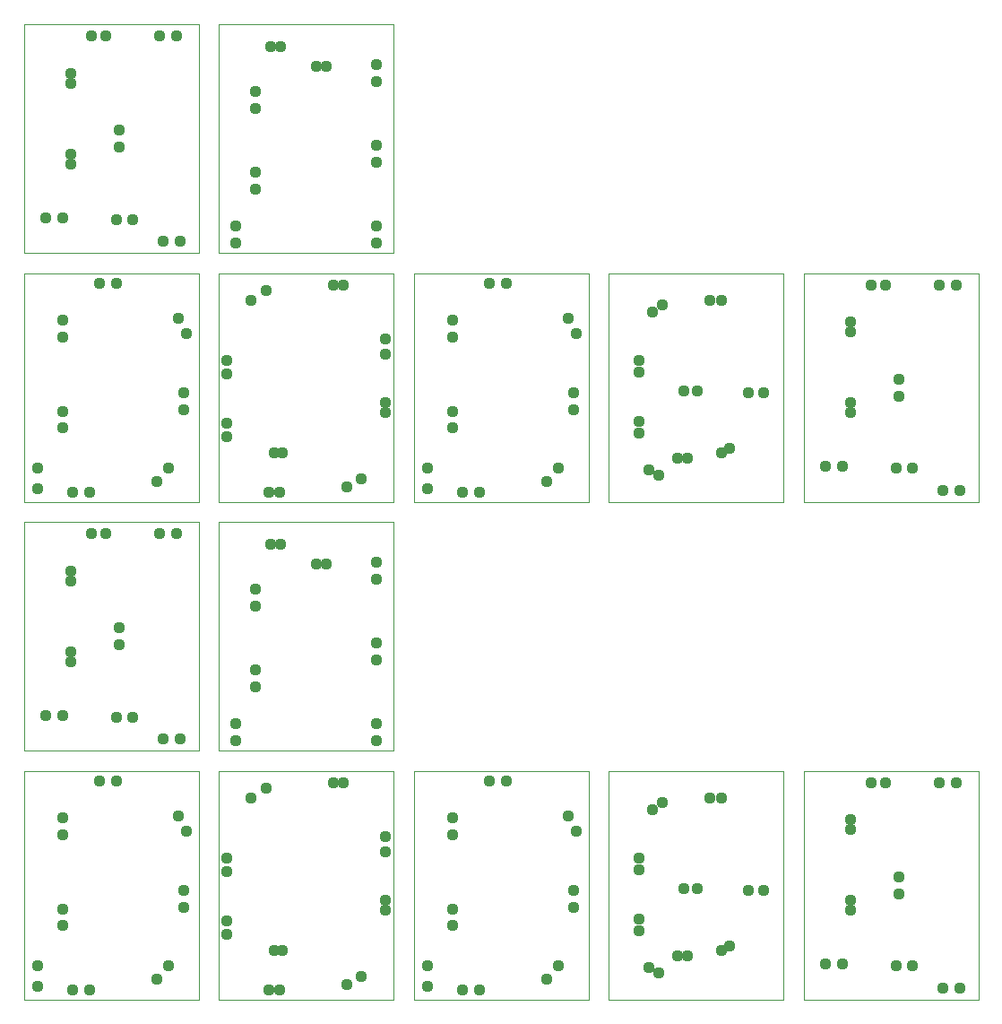
<source format=gbs>
G75*
G70*
%OFA0B0*%
%FSLAX25Y25*%
%IPPOS*%
%LPD*%
%AMOC8*
5,1,8,0,0,1.08239X$1,22.5*
%
%ADD12C,0.04370*%
%ADD17C,0.00000*%
X0010000Y0010000D02*
G75*
%LPD*%
D17*
X0010000Y0010000D02*
X0010000Y0095000D01*
X0075000Y0095000D01*
X0075000Y0010000D01*
X0010000Y0010000D01*
D12*
X0015000Y0015000D03*
X0015000Y0022500D03*
X0028120Y0013750D03*
X0034370Y0013750D03*
X0024370Y0037500D03*
X0024370Y0043750D03*
X0024370Y0071250D03*
X0024370Y0077500D03*
X0038120Y0091250D03*
X0044370Y0091250D03*
X0067500Y0078120D03*
X0070620Y0072500D03*
X0069370Y0050620D03*
X0069370Y0044370D03*
X0063750Y0022500D03*
X0059370Y0017500D03*
X0082500Y0010000D02*
G75*
%LPD*%
D17*
X0082500Y0010000D02*
X0082500Y0095000D01*
X0147500Y0095000D01*
X0147500Y0010000D01*
X0082500Y0010000D01*
D12*
X0101250Y0013750D03*
X0105000Y0013750D03*
X0106250Y0028120D03*
X0103120Y0028120D03*
X0085620Y0034370D03*
X0085620Y0039370D03*
X0085620Y0057500D03*
X0085620Y0062500D03*
X0094370Y0085000D03*
X0100000Y0088750D03*
X0125000Y0090620D03*
X0128750Y0090620D03*
X0144370Y0070620D03*
X0144370Y0065000D03*
X0144370Y0046870D03*
X0144370Y0043120D03*
X0135620Y0018750D03*
X0130000Y0015620D03*
X0155000Y0010000D02*
G75*
%LPD*%
D17*
X0155000Y0010000D02*
X0155000Y0095000D01*
X0220000Y0095000D01*
X0220000Y0010000D01*
X0155000Y0010000D01*
D12*
X0160000Y0015000D03*
X0160000Y0022500D03*
X0173120Y0013750D03*
X0179370Y0013750D03*
X0169370Y0037500D03*
X0169370Y0043750D03*
X0169370Y0071250D03*
X0169370Y0077500D03*
X0183120Y0091250D03*
X0189370Y0091250D03*
X0212500Y0078120D03*
X0215620Y0072500D03*
X0214370Y0050620D03*
X0214370Y0044370D03*
X0208750Y0022500D03*
X0204370Y0017500D03*
X0227500Y0010000D02*
G75*
%LPD*%
D17*
X0227500Y0010000D02*
X0227500Y0095000D01*
X0292500Y0095000D01*
X0292500Y0010000D01*
X0227500Y0010000D01*
D12*
X0242500Y0021870D03*
X0246250Y0020000D03*
X0253120Y0026250D03*
X0256870Y0026250D03*
X0269370Y0028120D03*
X0272500Y0030000D03*
X0279370Y0050620D03*
X0285000Y0050620D03*
X0260620Y0051250D03*
X0255620Y0051250D03*
X0238750Y0058120D03*
X0238750Y0062500D03*
X0243750Y0080620D03*
X0247500Y0083120D03*
X0265000Y0085000D03*
X0269370Y0085000D03*
X0238750Y0040000D03*
X0238750Y0035620D03*
X0300000Y0010000D02*
G75*
%LPD*%
D17*
X0300000Y0010000D02*
X0300000Y0095000D01*
X0365000Y0095000D01*
X0365000Y0010000D01*
X0300000Y0010000D01*
D12*
X0308120Y0023120D03*
X0314370Y0023120D03*
X0317500Y0043120D03*
X0317500Y0046870D03*
X0335620Y0049370D03*
X0335620Y0055620D03*
X0317500Y0073120D03*
X0317500Y0076870D03*
X0325000Y0090620D03*
X0330620Y0090620D03*
X0350620Y0090620D03*
X0356870Y0090620D03*
X0340620Y0022500D03*
X0334370Y0022500D03*
X0351870Y0014370D03*
X0358120Y0014370D03*
X0010000Y0102500D02*
G75*
%LPD*%
D17*
X0010000Y0102500D02*
X0010000Y0187500D01*
X0075000Y0187500D01*
X0075000Y0102500D01*
X0010000Y0102500D01*
D12*
X0018120Y0115620D03*
X0024370Y0115620D03*
X0027500Y0135620D03*
X0027500Y0139370D03*
X0045620Y0141870D03*
X0045620Y0148120D03*
X0027500Y0165620D03*
X0027500Y0169370D03*
X0035000Y0183120D03*
X0040620Y0183120D03*
X0060620Y0183120D03*
X0066870Y0183120D03*
X0050620Y0115000D03*
X0044370Y0115000D03*
X0061870Y0106870D03*
X0068120Y0106870D03*
X0082500Y0102500D02*
G75*
%LPD*%
D17*
X0082500Y0102500D02*
X0082500Y0187500D01*
X0147500Y0187500D01*
X0147500Y0102500D01*
X0082500Y0102500D01*
D12*
X0088750Y0106250D03*
X0088750Y0112500D03*
X0096250Y0126250D03*
X0096250Y0132500D03*
X0096250Y0156250D03*
X0096250Y0162500D03*
X0101870Y0179370D03*
X0105620Y0179370D03*
X0118750Y0171870D03*
X0122500Y0171870D03*
X0141250Y0172500D03*
X0141250Y0166250D03*
X0141250Y0142500D03*
X0141250Y0136250D03*
X0141250Y0112500D03*
X0141250Y0106250D03*
X0010000Y0195000D02*
G75*
%LPD*%
D17*
X0010000Y0195000D02*
X0010000Y0280000D01*
X0075000Y0280000D01*
X0075000Y0195000D01*
X0010000Y0195000D01*
D12*
X0015000Y0200000D03*
X0015000Y0207500D03*
X0028120Y0198750D03*
X0034370Y0198750D03*
X0024370Y0222500D03*
X0024370Y0228750D03*
X0024370Y0256250D03*
X0024370Y0262500D03*
X0038120Y0276250D03*
X0044370Y0276250D03*
X0067500Y0263120D03*
X0070620Y0257500D03*
X0069370Y0235620D03*
X0069370Y0229370D03*
X0063750Y0207500D03*
X0059370Y0202500D03*
X0082500Y0195000D02*
G75*
%LPD*%
D17*
X0082500Y0195000D02*
X0082500Y0280000D01*
X0147500Y0280000D01*
X0147500Y0195000D01*
X0082500Y0195000D01*
D12*
X0101250Y0198750D03*
X0105000Y0198750D03*
X0106250Y0213120D03*
X0103120Y0213120D03*
X0085620Y0219370D03*
X0085620Y0224370D03*
X0085620Y0242500D03*
X0085620Y0247500D03*
X0094370Y0270000D03*
X0100000Y0273750D03*
X0125000Y0275620D03*
X0128750Y0275620D03*
X0144370Y0255620D03*
X0144370Y0250000D03*
X0144370Y0231870D03*
X0144370Y0228120D03*
X0135620Y0203750D03*
X0130000Y0200620D03*
X0155000Y0195000D02*
G75*
%LPD*%
D17*
X0155000Y0195000D02*
X0155000Y0280000D01*
X0220000Y0280000D01*
X0220000Y0195000D01*
X0155000Y0195000D01*
D12*
X0160000Y0200000D03*
X0160000Y0207500D03*
X0173120Y0198750D03*
X0179370Y0198750D03*
X0169370Y0222500D03*
X0169370Y0228750D03*
X0169370Y0256250D03*
X0169370Y0262500D03*
X0183120Y0276250D03*
X0189370Y0276250D03*
X0212500Y0263120D03*
X0215620Y0257500D03*
X0214370Y0235620D03*
X0214370Y0229370D03*
X0208750Y0207500D03*
X0204370Y0202500D03*
X0227500Y0195000D02*
G75*
%LPD*%
D17*
X0227500Y0195000D02*
X0227500Y0280000D01*
X0292500Y0280000D01*
X0292500Y0195000D01*
X0227500Y0195000D01*
D12*
X0242500Y0206870D03*
X0246250Y0205000D03*
X0253120Y0211250D03*
X0256870Y0211250D03*
X0269370Y0213120D03*
X0272500Y0215000D03*
X0279370Y0235620D03*
X0285000Y0235620D03*
X0260620Y0236250D03*
X0255620Y0236250D03*
X0238750Y0243120D03*
X0238750Y0247500D03*
X0243750Y0265620D03*
X0247500Y0268120D03*
X0265000Y0270000D03*
X0269370Y0270000D03*
X0238750Y0225000D03*
X0238750Y0220620D03*
X0300000Y0195000D02*
G75*
%LPD*%
D17*
X0300000Y0195000D02*
X0300000Y0280000D01*
X0365000Y0280000D01*
X0365000Y0195000D01*
X0300000Y0195000D01*
D12*
X0308120Y0208120D03*
X0314370Y0208120D03*
X0317500Y0228120D03*
X0317500Y0231870D03*
X0335620Y0234370D03*
X0335620Y0240620D03*
X0317500Y0258120D03*
X0317500Y0261870D03*
X0325000Y0275620D03*
X0330620Y0275620D03*
X0350620Y0275620D03*
X0356870Y0275620D03*
X0340620Y0207500D03*
X0334370Y0207500D03*
X0351870Y0199370D03*
X0358120Y0199370D03*
X0010000Y0287500D02*
G75*
%LPD*%
D17*
X0010000Y0287500D02*
X0010000Y0372500D01*
X0075000Y0372500D01*
X0075000Y0287500D01*
X0010000Y0287500D01*
D12*
X0018120Y0300620D03*
X0024370Y0300620D03*
X0027500Y0320620D03*
X0027500Y0324370D03*
X0045620Y0326870D03*
X0045620Y0333120D03*
X0027500Y0350620D03*
X0027500Y0354370D03*
X0035000Y0368120D03*
X0040620Y0368120D03*
X0060620Y0368120D03*
X0066870Y0368120D03*
X0050620Y0300000D03*
X0044370Y0300000D03*
X0061870Y0291870D03*
X0068120Y0291870D03*
X0082500Y0287500D02*
G75*
%LPD*%
D17*
X0082500Y0287500D02*
X0082500Y0372500D01*
X0147500Y0372500D01*
X0147500Y0287500D01*
X0082500Y0287500D01*
D12*
X0088750Y0291250D03*
X0088750Y0297500D03*
X0096250Y0311250D03*
X0096250Y0317500D03*
X0096250Y0341250D03*
X0096250Y0347500D03*
X0101870Y0364370D03*
X0105620Y0364370D03*
X0118750Y0356870D03*
X0122500Y0356870D03*
X0141250Y0357500D03*
X0141250Y0351250D03*
X0141250Y0327500D03*
X0141250Y0321250D03*
X0141250Y0297500D03*
X0141250Y0291250D03*
M02*

</source>
